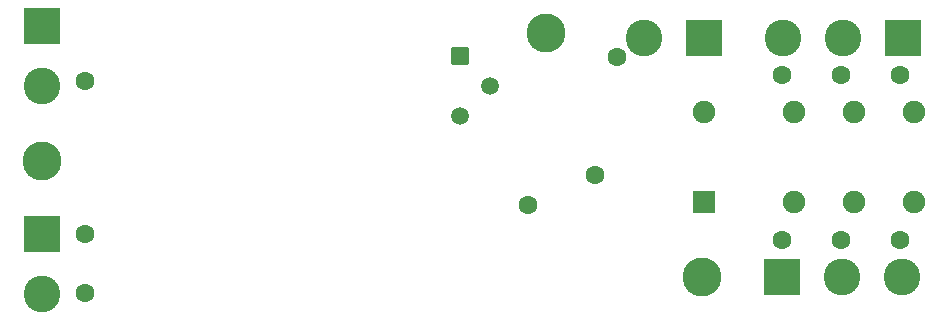
<source format=gbs>
G04 #@! TF.GenerationSoftware,KiCad,Pcbnew,6.0.9-8da3e8f707~116~ubuntu20.04.1*
G04 #@! TF.CreationDate,2023-03-26T15:22:19+00:00*
G04 #@! TF.ProjectId,LEC000043,4c454330-3030-4303-9433-2e6b69636164,rev?*
G04 #@! TF.SameCoordinates,Original*
G04 #@! TF.FileFunction,Soldermask,Bot*
G04 #@! TF.FilePolarity,Negative*
%FSLAX46Y46*%
G04 Gerber Fmt 4.6, Leading zero omitted, Abs format (unit mm)*
G04 Created by KiCad (PCBNEW 6.0.9-8da3e8f707~116~ubuntu20.04.1) date 2023-03-26 15:22:19*
%MOMM*%
%LPD*%
G01*
G04 APERTURE LIST*
G04 Aperture macros list*
%AMRoundRect*
0 Rectangle with rounded corners*
0 $1 Rounding radius*
0 $2 $3 $4 $5 $6 $7 $8 $9 X,Y pos of 4 corners*
0 Add a 4 corners polygon primitive as box body*
4,1,4,$2,$3,$4,$5,$6,$7,$8,$9,$2,$3,0*
0 Add four circle primitives for the rounded corners*
1,1,$1+$1,$2,$3*
1,1,$1+$1,$4,$5*
1,1,$1+$1,$6,$7*
1,1,$1+$1,$8,$9*
0 Add four rect primitives between the rounded corners*
20,1,$1+$1,$2,$3,$4,$5,0*
20,1,$1+$1,$4,$5,$6,$7,0*
20,1,$1+$1,$6,$7,$8,$9,0*
20,1,$1+$1,$8,$9,$2,$3,0*%
G04 Aperture macros list end*
%ADD10RoundRect,0.051000X1.500000X1.500000X-1.500000X1.500000X-1.500000X-1.500000X1.500000X-1.500000X0*%
%ADD11C,3.102000*%
%ADD12RoundRect,0.051000X-1.500000X1.500000X-1.500000X-1.500000X1.500000X-1.500000X1.500000X1.500000X0*%
%ADD13RoundRect,0.051000X-1.500000X-1.500000X1.500000X-1.500000X1.500000X1.500000X-1.500000X1.500000X0*%
%ADD14C,1.902000*%
%ADD15RoundRect,0.051000X0.900000X-0.900000X0.900000X0.900000X-0.900000X0.900000X-0.900000X-0.900000X0*%
%ADD16C,3.302000*%
%ADD17RoundRect,0.051000X-0.700000X0.700000X-0.700000X-0.700000X0.700000X-0.700000X0.700000X0.700000X0*%
%ADD18C,1.502000*%
%ADD19C,1.602000*%
G04 APERTURE END LIST*
D10*
G04 #@! TO.C,J1*
X59400000Y27100000D03*
D11*
X54320000Y27100000D03*
G04 #@! TD*
D12*
G04 #@! TO.C,J2*
X3350000Y28100000D03*
D11*
X3350000Y23020000D03*
G04 #@! TD*
D12*
G04 #@! TO.C,J3*
X3350000Y10500000D03*
D11*
X3350000Y5420000D03*
G04 #@! TD*
D10*
G04 #@! TO.C,J5*
X76200000Y27100000D03*
D11*
X71120000Y27100000D03*
X66040000Y27100000D03*
G04 #@! TD*
D13*
G04 #@! TO.C,J6*
X66000000Y6900000D03*
D11*
X71080000Y6900000D03*
X76160000Y6900000D03*
G04 #@! TD*
D14*
G04 #@! TO.C,K1*
X59400000Y20820000D03*
X67020000Y20820000D03*
X72100000Y20820000D03*
X77180000Y20820000D03*
X77180000Y13200000D03*
X72100000Y13200000D03*
X67020000Y13200000D03*
D15*
X59400000Y13200000D03*
G04 #@! TD*
D16*
G04 #@! TO.C,H1*
X3350000Y16700000D03*
G04 #@! TD*
G04 #@! TO.C,H2*
X59200000Y6900000D03*
G04 #@! TD*
G04 #@! TO.C,H3*
X46000000Y27500000D03*
G04 #@! TD*
D17*
G04 #@! TO.C,RV1*
X38750000Y25540000D03*
D18*
X41290000Y23000000D03*
X38750000Y20460000D03*
G04 #@! TD*
D19*
G04 #@! TO.C,TP4*
X44500000Y13000000D03*
G04 #@! TD*
G04 #@! TO.C,TP6*
X50200000Y15500000D03*
G04 #@! TD*
G04 #@! TO.C,TP7*
X52000000Y25500000D03*
G04 #@! TD*
G04 #@! TO.C,TP8*
X6950000Y23500000D03*
G04 #@! TD*
G04 #@! TO.C,TP9*
X6950000Y5500000D03*
G04 #@! TD*
G04 #@! TO.C,TP10*
X6950000Y10500000D03*
G04 #@! TD*
G04 #@! TO.C,TP1*
X71000000Y24000000D03*
G04 #@! TD*
G04 #@! TO.C,TP2*
X66000000Y24000000D03*
G04 #@! TD*
G04 #@! TO.C,TP3*
X76000000Y24000000D03*
G04 #@! TD*
G04 #@! TO.C,TP5*
X71000000Y10000000D03*
G04 #@! TD*
G04 #@! TO.C,TP11*
X66000000Y10000000D03*
G04 #@! TD*
G04 #@! TO.C,TP12*
X76000000Y10000000D03*
G04 #@! TD*
M02*

</source>
